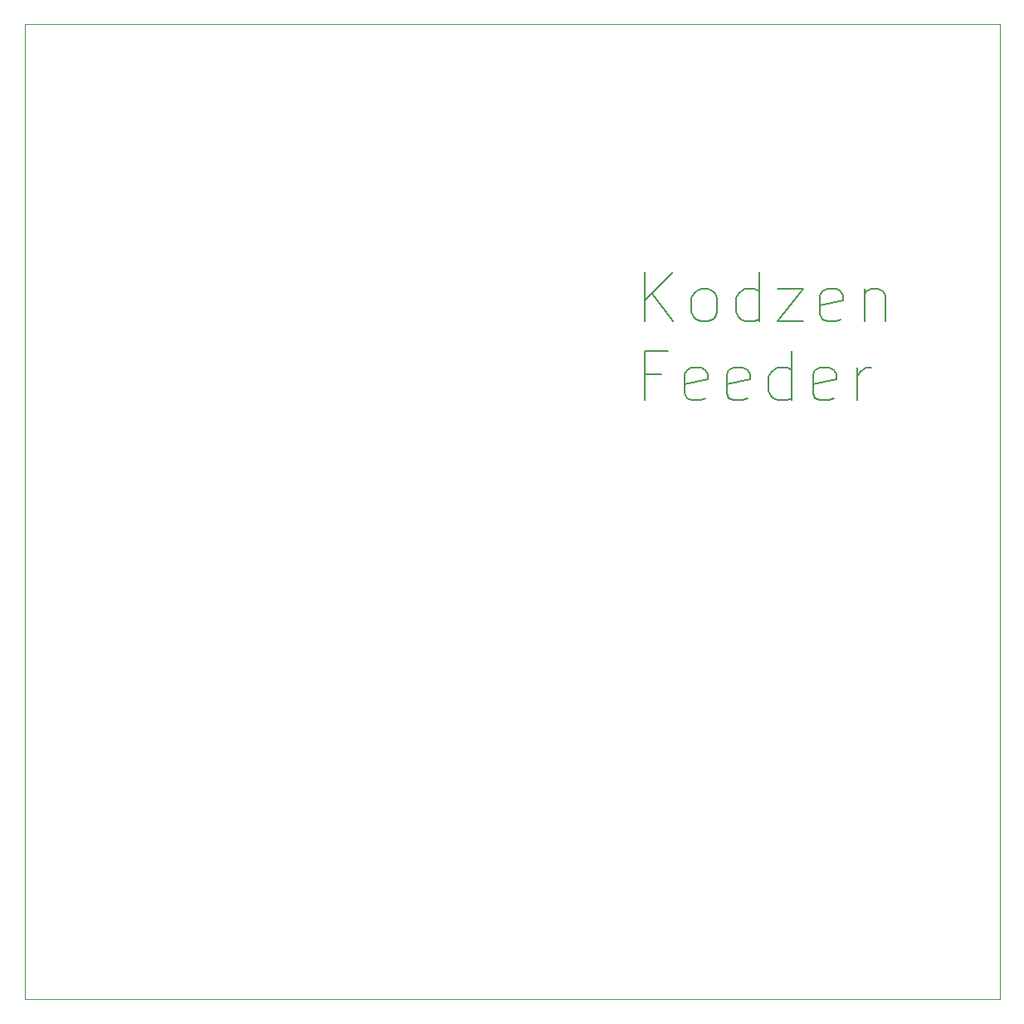
<source format=gbr>
%TF.GenerationSoftware,KiCad,Pcbnew,8.0.4*%
%TF.CreationDate,2024-08-01T14:56:52+02:00*%
%TF.ProjectId,\u002A,2a2e6b69-6361-4645-9f70-636258585858,rev?*%
%TF.SameCoordinates,Original*%
%TF.FileFunction,Profile,NP*%
%FSLAX46Y46*%
G04 Gerber Fmt 4.6, Leading zero omitted, Abs format (unit mm)*
G04 Created by KiCad (PCBNEW 8.0.4) date 2024-08-01 14:56:52*
%MOMM*%
%LPD*%
G01*
G04 APERTURE LIST*
%TA.AperFunction,Profile*%
%ADD10C,0.050000*%
%TD*%
%ADD11C,0.150000*%
G04 APERTURE END LIST*
D10*
X129500000Y-43000000D02*
X229000000Y-43000000D01*
X229000000Y-142500000D01*
X129500000Y-142500000D01*
X129500000Y-43000000D01*
D11*
X192789160Y-73330575D02*
X192789160Y-68330575D01*
X195646303Y-73330575D02*
X193503445Y-70473432D01*
X195646303Y-68330575D02*
X192789160Y-71187718D01*
X198503445Y-73330575D02*
X198027255Y-73092480D01*
X198027255Y-73092480D02*
X197789160Y-72854384D01*
X197789160Y-72854384D02*
X197551064Y-72378194D01*
X197551064Y-72378194D02*
X197551064Y-70949622D01*
X197551064Y-70949622D02*
X197789160Y-70473432D01*
X197789160Y-70473432D02*
X198027255Y-70235337D01*
X198027255Y-70235337D02*
X198503445Y-69997241D01*
X198503445Y-69997241D02*
X199217731Y-69997241D01*
X199217731Y-69997241D02*
X199693922Y-70235337D01*
X199693922Y-70235337D02*
X199932017Y-70473432D01*
X199932017Y-70473432D02*
X200170112Y-70949622D01*
X200170112Y-70949622D02*
X200170112Y-72378194D01*
X200170112Y-72378194D02*
X199932017Y-72854384D01*
X199932017Y-72854384D02*
X199693922Y-73092480D01*
X199693922Y-73092480D02*
X199217731Y-73330575D01*
X199217731Y-73330575D02*
X198503445Y-73330575D01*
X204455827Y-73330575D02*
X204455827Y-68330575D01*
X204455827Y-73092480D02*
X203979636Y-73330575D01*
X203979636Y-73330575D02*
X203027255Y-73330575D01*
X203027255Y-73330575D02*
X202551065Y-73092480D01*
X202551065Y-73092480D02*
X202312970Y-72854384D01*
X202312970Y-72854384D02*
X202074874Y-72378194D01*
X202074874Y-72378194D02*
X202074874Y-70949622D01*
X202074874Y-70949622D02*
X202312970Y-70473432D01*
X202312970Y-70473432D02*
X202551065Y-70235337D01*
X202551065Y-70235337D02*
X203027255Y-69997241D01*
X203027255Y-69997241D02*
X203979636Y-69997241D01*
X203979636Y-69997241D02*
X204455827Y-70235337D01*
X206360589Y-69997241D02*
X208979637Y-69997241D01*
X208979637Y-69997241D02*
X206360589Y-73330575D01*
X206360589Y-73330575D02*
X208979637Y-73330575D01*
X212789161Y-73092480D02*
X212312970Y-73330575D01*
X212312970Y-73330575D02*
X211360589Y-73330575D01*
X211360589Y-73330575D02*
X210884399Y-73092480D01*
X210884399Y-73092480D02*
X210646303Y-72616289D01*
X210646303Y-72616289D02*
X210646303Y-70711527D01*
X210646303Y-70711527D02*
X210884399Y-70235337D01*
X210884399Y-70235337D02*
X211360589Y-69997241D01*
X211360589Y-69997241D02*
X212312970Y-69997241D01*
X212312970Y-69997241D02*
X212789161Y-70235337D01*
X212789161Y-70235337D02*
X213027256Y-70711527D01*
X213027256Y-70711527D02*
X213027256Y-71187718D01*
X213027256Y-71187718D02*
X210646303Y-71663908D01*
X215170113Y-69997241D02*
X215170113Y-73330575D01*
X215170113Y-70473432D02*
X215408208Y-70235337D01*
X215408208Y-70235337D02*
X215884398Y-69997241D01*
X215884398Y-69997241D02*
X216598684Y-69997241D01*
X216598684Y-69997241D02*
X217074875Y-70235337D01*
X217074875Y-70235337D02*
X217312970Y-70711527D01*
X217312970Y-70711527D02*
X217312970Y-73330575D01*
X194455826Y-78761247D02*
X192789160Y-78761247D01*
X192789160Y-81380295D02*
X192789160Y-76380295D01*
X192789160Y-76380295D02*
X195170112Y-76380295D01*
X198979636Y-81142200D02*
X198503445Y-81380295D01*
X198503445Y-81380295D02*
X197551064Y-81380295D01*
X197551064Y-81380295D02*
X197074874Y-81142200D01*
X197074874Y-81142200D02*
X196836778Y-80666009D01*
X196836778Y-80666009D02*
X196836778Y-78761247D01*
X196836778Y-78761247D02*
X197074874Y-78285057D01*
X197074874Y-78285057D02*
X197551064Y-78046961D01*
X197551064Y-78046961D02*
X198503445Y-78046961D01*
X198503445Y-78046961D02*
X198979636Y-78285057D01*
X198979636Y-78285057D02*
X199217731Y-78761247D01*
X199217731Y-78761247D02*
X199217731Y-79237438D01*
X199217731Y-79237438D02*
X196836778Y-79713628D01*
X203265350Y-81142200D02*
X202789159Y-81380295D01*
X202789159Y-81380295D02*
X201836778Y-81380295D01*
X201836778Y-81380295D02*
X201360588Y-81142200D01*
X201360588Y-81142200D02*
X201122492Y-80666009D01*
X201122492Y-80666009D02*
X201122492Y-78761247D01*
X201122492Y-78761247D02*
X201360588Y-78285057D01*
X201360588Y-78285057D02*
X201836778Y-78046961D01*
X201836778Y-78046961D02*
X202789159Y-78046961D01*
X202789159Y-78046961D02*
X203265350Y-78285057D01*
X203265350Y-78285057D02*
X203503445Y-78761247D01*
X203503445Y-78761247D02*
X203503445Y-79237438D01*
X203503445Y-79237438D02*
X201122492Y-79713628D01*
X207789159Y-81380295D02*
X207789159Y-76380295D01*
X207789159Y-81142200D02*
X207312968Y-81380295D01*
X207312968Y-81380295D02*
X206360587Y-81380295D01*
X206360587Y-81380295D02*
X205884397Y-81142200D01*
X205884397Y-81142200D02*
X205646302Y-80904104D01*
X205646302Y-80904104D02*
X205408206Y-80427914D01*
X205408206Y-80427914D02*
X205408206Y-78999342D01*
X205408206Y-78999342D02*
X205646302Y-78523152D01*
X205646302Y-78523152D02*
X205884397Y-78285057D01*
X205884397Y-78285057D02*
X206360587Y-78046961D01*
X206360587Y-78046961D02*
X207312968Y-78046961D01*
X207312968Y-78046961D02*
X207789159Y-78285057D01*
X212074874Y-81142200D02*
X211598683Y-81380295D01*
X211598683Y-81380295D02*
X210646302Y-81380295D01*
X210646302Y-81380295D02*
X210170112Y-81142200D01*
X210170112Y-81142200D02*
X209932016Y-80666009D01*
X209932016Y-80666009D02*
X209932016Y-78761247D01*
X209932016Y-78761247D02*
X210170112Y-78285057D01*
X210170112Y-78285057D02*
X210646302Y-78046961D01*
X210646302Y-78046961D02*
X211598683Y-78046961D01*
X211598683Y-78046961D02*
X212074874Y-78285057D01*
X212074874Y-78285057D02*
X212312969Y-78761247D01*
X212312969Y-78761247D02*
X212312969Y-79237438D01*
X212312969Y-79237438D02*
X209932016Y-79713628D01*
X214455826Y-81380295D02*
X214455826Y-78046961D01*
X214455826Y-78999342D02*
X214693921Y-78523152D01*
X214693921Y-78523152D02*
X214932016Y-78285057D01*
X214932016Y-78285057D02*
X215408207Y-78046961D01*
X215408207Y-78046961D02*
X215884397Y-78046961D01*
M02*

</source>
